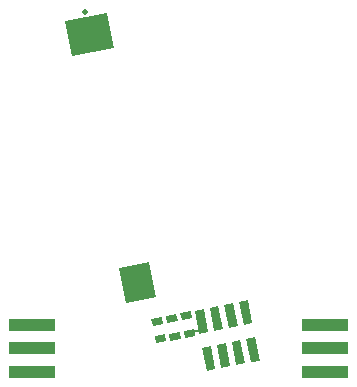
<source format=gbs>
G04 #@! TF.FileFunction,Soldermask,Bot*
%FSLAX46Y46*%
G04 Gerber Fmt 4.6, Leading zero omitted, Abs format (unit mm)*
G04 Created by KiCad (PCBNEW 4.0.0-rc2-stable) date 3/3/2016 3:45:44 PM*
%MOMM*%
G01*
G04 APERTURE LIST*
%ADD10C,0.150000*%
%ADD11R,4.000000X1.000000*%
%ADD12C,0.600000*%
%ADD13C,0.500000*%
G04 APERTURE END LIST*
D10*
D11*
X73827440Y-50192207D03*
X73827440Y-48192207D03*
X73827440Y-46192207D03*
D12*
X72827440Y-50192207D03*
X72827440Y-48192207D03*
X72827440Y-46192207D03*
D11*
X49020840Y-46192207D03*
X49020840Y-48192207D03*
X49020840Y-50192207D03*
D12*
X50020840Y-46192207D03*
X50020840Y-48192207D03*
X50020840Y-50192207D03*
D10*
G36*
X56971429Y-44344856D02*
X56399002Y-41399975D01*
X58951233Y-40903872D01*
X59523660Y-43848753D01*
X56971429Y-44344856D01*
X56971429Y-44344856D01*
G37*
G36*
X52397304Y-23433439D02*
X51824877Y-20488557D01*
X55358734Y-19801645D01*
X55931161Y-22746527D01*
X52397304Y-23433439D01*
X52397304Y-23433439D01*
G37*
D13*
X53515482Y-19752451D03*
D10*
G36*
X63793650Y-50101976D02*
X63412032Y-48138721D01*
X64158068Y-47993706D01*
X64539686Y-49956961D01*
X63793650Y-50101976D01*
X63793650Y-50101976D01*
G37*
G36*
X65040317Y-49859649D02*
X64658699Y-47896394D01*
X65404735Y-47751379D01*
X65786353Y-49714634D01*
X65040317Y-49859649D01*
X65040317Y-49859649D01*
G37*
G36*
X66286983Y-49617322D02*
X65905365Y-47654067D01*
X66651401Y-47509052D01*
X67033019Y-49472307D01*
X66286983Y-49617322D01*
X66286983Y-49617322D01*
G37*
G36*
X67533650Y-49374995D02*
X67152032Y-47411740D01*
X67898068Y-47266725D01*
X68279686Y-49229980D01*
X67533650Y-49374995D01*
X67533650Y-49374995D01*
G37*
G36*
X63183062Y-46960769D02*
X62801444Y-44997514D01*
X63547480Y-44852499D01*
X63929098Y-46815754D01*
X63183062Y-46960769D01*
X63183062Y-46960769D01*
G37*
G36*
X64429729Y-46718442D02*
X64048111Y-44755187D01*
X64794147Y-44610172D01*
X65175765Y-46573427D01*
X64429729Y-46718442D01*
X64429729Y-46718442D01*
G37*
G36*
X65676395Y-46476115D02*
X65294777Y-44512860D01*
X66040813Y-44367845D01*
X66422431Y-46331100D01*
X65676395Y-46476115D01*
X65676395Y-46476115D01*
G37*
G36*
X66932878Y-46231879D02*
X66551260Y-44268625D01*
X67277664Y-44127427D01*
X67659282Y-46090681D01*
X66932878Y-46231879D01*
X66932878Y-46231879D01*
G37*
G36*
X61674170Y-45827864D02*
X61559685Y-45238888D01*
X62443150Y-45067160D01*
X62557635Y-45656136D01*
X61674170Y-45827864D01*
X61674170Y-45827864D01*
G37*
G36*
X61960384Y-47300305D02*
X61845899Y-46711329D01*
X62729364Y-46539601D01*
X62843849Y-47128577D01*
X61960384Y-47300305D01*
X61960384Y-47300305D01*
G37*
G36*
X60733350Y-47538816D02*
X60618865Y-46949840D01*
X61502330Y-46778112D01*
X61616815Y-47367088D01*
X60733350Y-47538816D01*
X60733350Y-47538816D01*
G37*
G36*
X60447136Y-46066375D02*
X60332651Y-45477399D01*
X61216116Y-45305671D01*
X61330601Y-45894647D01*
X60447136Y-46066375D01*
X60447136Y-46066375D01*
G37*
G36*
X59220102Y-46304886D02*
X59105617Y-45715910D01*
X59989082Y-45544182D01*
X60103567Y-46133158D01*
X59220102Y-46304886D01*
X59220102Y-46304886D01*
G37*
G36*
X59506316Y-47777327D02*
X59391831Y-47188351D01*
X60275296Y-47016623D01*
X60389781Y-47605599D01*
X59506316Y-47777327D01*
X59506316Y-47777327D01*
G37*
G36*
X62550740Y-46930873D02*
X62512578Y-46734547D01*
X63396042Y-46562819D01*
X63434204Y-46759145D01*
X62550740Y-46930873D01*
X62550740Y-46930873D01*
G37*
M02*

</source>
